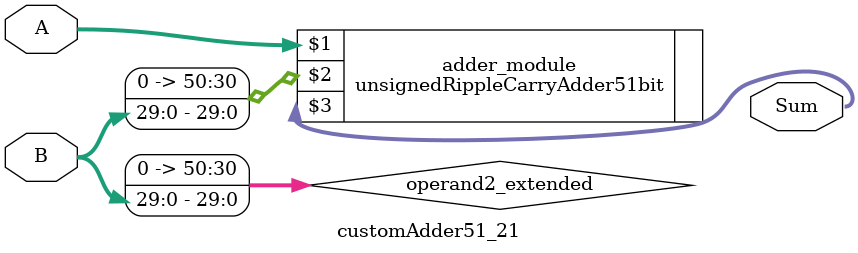
<source format=v>
module customAdder51_21(
                        input [50 : 0] A,
                        input [29 : 0] B,
                        
                        output [51 : 0] Sum
                );

        wire [50 : 0] operand2_extended;
        
        assign operand2_extended =  {21'b0, B};
        
        unsignedRippleCarryAdder51bit adder_module(
            A,
            operand2_extended,
            Sum
        );
        
        endmodule
        
</source>
